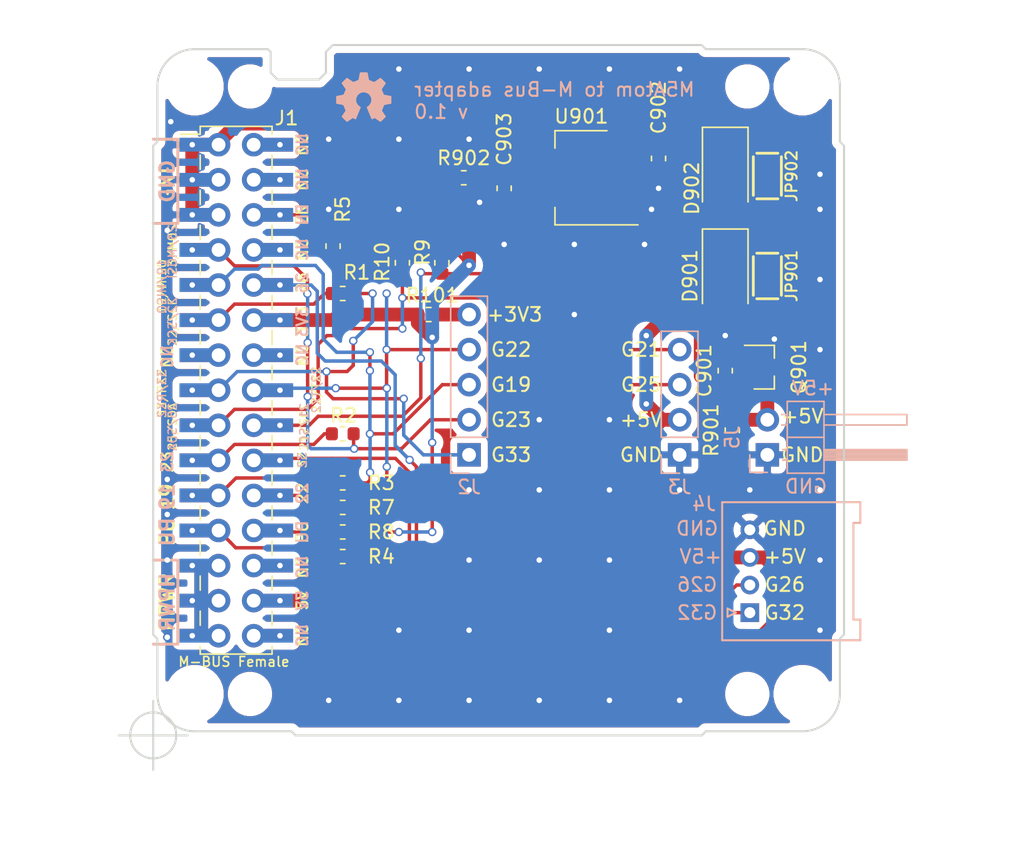
<source format=kicad_pcb>
(kicad_pcb (version 20171130) (host pcbnew "(5.1.4)-1")
  (title_block (title "M5Atom to M-Bus") (date 2020-05-04) (rev v1.0))
  (layers (0 F.Cu signal) (31 B.Cu signal) (34 B.Paste user) (35 F.Paste user) (36 B.SilkS user) (37 F.SilkS user) (38 B.Mask user) (39 F.Mask user) (44 Edge.Cuts user))
  (net 0 "")
  (net 1 GND)
  (net 2 "Net-(J1-Pad2)")
  (net 3 "Net-(J1-Pad4)")
  (net 4 "Net-(J1-Pad8)")
  (net 5 "Net-(J1-Pad13)")
  (net 6 "Net-(J1-Pad14)")
  (net 7 "Net-(J1-Pad25)")
  (net 8 "Net-(J1-Pad26)")
  (net 9 +3V3)
  (net 10 +5V)
  (net 11 /SCK)
  (net 12 /MISO)
  (net 13 /MOSI)
  (net 14 /RST)
  (net 15 /RXD2)
  (net 16 /TXD2)
  (net 17 /SDA)
  (net 18 /SCL)
  (net 19 /G15)
  (net 20 /G0)
  (net 21 "Net-(J1-Pad30)")
  (net 22 /G32)
  (net 23 "Net-(J5-Pad2)")
  (net 24 /G26)
  (net 25 /G23)
  (net 26 /G19)
  (net 27 /G22)
  (net 28 "Net-(C901-Pad1)")
  (net 29 /3V3E)
  (net 30 "Net-(D901-Pad1)")
  (net 31 /3V3A)
  (module footprint:SOLDERJUMPER_REFLOW (layer F.Cu) (at 148.45 99.726 270)
    (fp_text reference JP901 (at 0 -1.75 90) (layer F.SilkS) (effects (font (size 0.8128 0.8128) (thickness 0.14478))))
    (fp_text value SOLDERJUMPER)
    (pad 2 smd rect (at 0.762 0 270) (size 1.1684 1.6002) (layers F.Cu F.Paste F.Mask) (net 28 "Net-(C901-Pad1)"))
    (pad 1 smd rect (at -0.762 0 270) (size 1.1684 1.6002) (layers F.Cu F.Paste F.Mask) (net 30 "Net-(D901-Pad1)"))
  )
  (module footprint:Pin_Header_MBUS_SMD_TH (layer F.Cu) (at 110 108)
    (fp_text reference J1 (at 3.652 -19.704) (layer F.SilkS))
    (fp_text value M-BUS)
    (pad "" np_thru_hole circle (at 0 13.97) (size 0.8 0.8) (drill 0.8) (layers *.Cu *.Mask))
    (pad "" np_thru_hole circle (at 0 16.51) (size 1 1) (drill 1) (layers *.Cu *.Mask))
    (pad "" np_thru_hole circle (at 0 -13.97) (size 0.8 0.8) (drill 0.8) (layers *.Cu *.Mask))
    (pad 1 smd rect (at -2.525 -17.78) (size 3.15 1) (layers B.Cu B.Paste B.Mask) (net 1 GND))
    (pad 1 smd rect (at -2.525 -17.78) (size 3.15 1) (layers F.Cu F.Paste F.Mask) (net 1 GND))
    (pad 11 smd rect (at -2.525 -5.08) (size 3.15 1) (layers F.Cu F.Paste F.Mask) (net 11 /SCK))
    (pad 9 smd rect (at -2.525 -7.62) (size 3.15 1) (layers F.Cu F.Paste F.Mask) (net 12 /MISO))
    (pad 7 smd rect (at -2.525 -10.16) (size 3.15 1) (layers F.Cu F.Paste F.Mask) (net 13 /MOSI))
    (pad 5 smd rect (at -2.525 -12.7) (size 3.15 1) (layers F.Cu F.Paste F.Mask) (net 1 GND))
    (pad 3 smd rect (at -2.525 -15.24) (size 3.15 1) (layers F.Cu F.Paste F.Mask) (net 1 GND))
    (pad 1 thru_hole circle (at -3.175 -17.78) (size 0.8 0.8) (drill 0.4) (layers *.Cu *.Mask) (net 1 GND))
    (pad 2 smd rect (at 2.525 -17.78) (size 3.15 1) (layers F.Cu F.Paste F.Mask) (net 2 "Net-(J1-Pad2)"))
    (pad 4 smd rect (at 2.525 -15.24) (size 3.15 1) (layers F.Cu F.Paste F.Mask) (net 3 "Net-(J1-Pad4)"))
    (pad 6 smd rect (at 2.525 -12.7) (size 3.15 1) (layers F.Cu F.Paste F.Mask) (net 14 /RST))
    (pad 8 smd rect (at 2.525 -10.16) (size 3.15 1) (layers F.Cu F.Paste F.Mask) (net 4 "Net-(J1-Pad8)"))
    (pad 10 smd rect (at 2.525 -7.62) (size 3.15 1) (layers F.Cu F.Paste F.Mask) (net 24 /G26))
    (pad 12 smd rect (at 2.525 -5.08) (size 3.15 1) (layers F.Cu F.Paste F.Mask) (net 9 +3V3))
    (pad 13 smd rect (at -2.525 -2.54) (size 3.15 1) (layers F.Cu F.Paste F.Mask) (net 5 "Net-(J1-Pad13)"))
    (pad 14 smd rect (at 2.525 -2.54) (size 3.15 1) (layers F.Cu F.Paste F.Mask) (net 6 "Net-(J1-Pad14)"))
    (pad 15 smd rect (at -2.525 0) (size 3.15 1) (layers F.Cu F.Paste F.Mask) (net 15 /RXD2))
    (pad 16 smd rect (at 2.525 0) (size 3.15 1) (layers F.Cu F.Paste F.Mask) (net 16 /TXD2))
    (pad 17 smd rect (at -2.525 2.54) (size 3.15 1) (layers F.Cu F.Paste F.Mask) (net 17 /SDA))
    (pad 18 smd rect (at 2.525 2.54) (size 3.15 1) (layers F.Cu F.Paste F.Mask) (net 18 /SCL))
    (pad 19 smd rect (at -2.525 5.08) (size 3.15 1) (layers F.Cu F.Paste F.Mask) (net 25 /G23))
    (pad 20 smd rect (at 2.525 5.08) (size 3.15 1) (layers F.Cu F.Paste F.Mask) (net 22 /G32))
    (pad 21 smd rect (at -2.525 7.62) (size 3.15 1) (layers F.Cu F.Paste F.Mask) (net 26 /G19))
    (pad 22 smd rect (at 2.525 7.62) (size 3.15 1) (layers F.Cu F.Paste F.Mask) (net 27 /G22))
    (pad 23 smd rect (at -2.525 10.16) (size 3.15 1) (layers F.Cu F.Paste F.Mask) (net 19 /G15))
    (pad 24 smd rect (at 2.525 10.16) (size 3.15 1) (layers F.Cu F.Paste F.Mask) (net 20 /G0))
    (pad 25 smd rect (at -2.525 12.7) (size 3.15 1) (layers F.Cu F.Paste F.Mask) (net 7 "Net-(J1-Pad25)"))
    (pad 26 smd rect (at 2.525 12.7) (size 3.15 1) (layers F.Cu F.Paste F.Mask) (net 8 "Net-(J1-Pad26)"))
    (pad 27 smd rect (at -2.525 15.24) (size 3.15 1) (layers F.Cu F.Paste F.Mask) (net 7 "Net-(J1-Pad25)"))
    (pad 28 smd rect (at 2.525 15.24) (size 3.15 1) (layers F.Cu F.Paste F.Mask) (net 10 +5V))
    (pad 29 smd rect (at -2.525 17.78) (size 3.15 1) (layers F.Cu F.Paste F.Mask) (net 7 "Net-(J1-Pad25)"))
    (pad 30 smd rect (at 2.525 17.78) (size 3.15 1) (layers F.Cu F.Paste F.Mask) (net 21 "Net-(J1-Pad30)"))
    (pad 2 smd rect (at 2.555 -17.78) (size 3.15 1) (layers B.Cu B.Paste B.Mask) (net 2 "Net-(J1-Pad2)"))
    (pad 3 smd rect (at -2.525 -15.24) (size 3.15 1) (layers B.Cu B.Paste B.Mask) (net 1 GND))
    (pad 4 smd rect (at 2.555 -15.24) (size 3.15 1) (layers B.Cu B.Paste B.Mask) (net 3 "Net-(J1-Pad4)"))
    (pad 5 smd rect (at -2.525 -12.7) (size 3.15 1) (layers B.Cu B.Paste B.Mask) (net 1 GND))
    (pad 6 smd rect (at 2.555 -12.7) (size 3.15 1) (layers B.Cu B.Paste B.Mask) (net 14 /RST))
    (pad 7 smd rect (at -2.525 -10.16) (size 3.15 1) (layers B.Cu B.Paste B.Mask) (net 13 /MOSI))
    (pad 8 smd rect (at 2.555 -10.16) (size 3.15 1) (layers B.Cu B.Paste B.Mask) (net 4 "Net-(J1-Pad8)"))
    (pad 9 smd rect (at -2.525 -7.62) (size 3.15 1) (layers B.Cu B.Paste B.Mask) (net 12 /MISO))
    (pad 10 smd rect (at 2.555 -7.62) (size 3.15 1) (layers B.Cu B.Paste B.Mask) (net 24 /G26))
    (pad 11 smd rect (at -2.525 -5.08) (size 3.15 1) (layers B.Cu B.Paste B.Mask) (net 11 /SCK))
    (pad 12 smd rect (at 2.555 -5.08) (size 3.15 1) (layers B.Cu B.Paste B.Mask) (net 9 +3V3))
    (pad 13 smd rect (at -2.525 -2.54) (size 3.15 1) (layers B.Cu B.Paste B.Mask) (net 5 "Net-(J1-Pad13)"))
    (pad 14 smd rect (at 2.555 -2.54) (size 3.15 1) (layers B.Cu B.Paste B.Mask) (net 6 "Net-(J1-Pad14)"))
    (pad 15 smd rect (at -2.525 0) (size 3.15 1) (layers B.Cu B.Paste B.Mask) (net 15 /RXD2))
    (pad 16 smd rect (at 2.555 0) (size 3.15 1) (layers B.Cu B.Paste B.Mask) (net 16 /TXD2))
    (pad 17 smd rect (at -2.525 2.54) (size 3.15 1) (layers B.Cu B.Paste B.Mask) (net 17 /SDA))
    (pad 18 smd rect (at 2.555 2.54) (size 3.15 1) (layers B.Cu B.Paste B.Mask) (net 18 /SCL))
    (pad 19 smd rect (at -2.525 5.08) (size 3.15 1) (layers B.Cu B.Paste B.Mask) (net 25 /G23))
    (pad 20 smd rect (at 2.555 5.08) (size 3.15 1) (layers B.Cu B.Paste B.Mask) (net 22 /G32))
    (pad 21 smd rect (at -2.525 7.62) (size 3.15 1) (layers B.Cu B.Paste B.Mask) (net 26 /G19))
    (pad 22 smd rect (at 2.555 7.62) (size 3.15 1) (layers B.Cu B.Paste B.Mask) (net 27 /G22))
    (pad 23 smd rect (at -2.525 10.16) (size 3.15 1) (layers B.Cu B.Paste B.Mask) (net 19 /G15))
    (pad 24 smd rect (at 2.555 10.16) (size 3.15 1) (layers B.Cu B.Paste B.Mask) (net 20 /G0))
    (pad 25 smd rect (at -2.525 12.7) (size 3.15 1) (layers B.Cu B.Paste B.Mask) (net 7 "Net-(J1-Pad25)"))
    (pad 26 smd rect (at 2.555 12.7) (size 3.15 1) (layers B.Cu B.Paste B.Mask) (net 8 "Net-(J1-Pad26)"))
    (pad 27 smd rect (at -2.525 15.24) (size 3.15 1) (layers B.Cu B.Paste B.Mask) (net 7 "Net-(J1-Pad25)"))
    (pad 28 smd rect (at 2.555 15.24) (size 3.15 1) (layers B.Cu B.Paste B.Mask) (net 10 +5V))
    (pad 29 smd rect (at -2.525 17.78) (size 3.15 1) (layers B.Cu B.Paste B.Mask) (net 7 "Net-(J1-Pad25)"))
    (pad 30 smd rect (at 2.555 17.78) (size 3.15 1) (layers B.Cu B.Paste B.Mask) (net 21 "Net-(J1-Pad30)"))
    (pad 3 thru_hole circle (at -3.175 -15.24) (size 0.8 0.8) (drill 0.4) (layers *.Cu *.Mask) (net 1 GND))
    (pad 5 thru_hole circle (at -3.175 -12.7) (size 0.8 0.8) (drill 0.4) (layers *.Cu *.Mask) (net 1 GND))
    (pad 7 thru_hole circle (at -3.175 -10.16) (size 0.8 0.8) (drill 0.4) (layers *.Cu *.Mask) (net 13 /MOSI))
    (pad 9 thru_hole circle (at -3.175 -7.62) (size 0.8 0.8) (drill 0.4) (layers *.Cu *.Mask) (net 12 /MISO))
    (pad 11 thru_hole circle (at -3.175 -5.08) (size 0.8 0.8) (drill 0.4) (layers *.Cu *.Mask) (net 11 /SCK))
    (pad 13 thru_hole circle (at -3.175 -2.54) (size 0.8 0.8) (drill 0.4) (layers *.Cu *.Mask) (net 5 "Net-(J1-Pad13)"))
    (pad 15 thru_hole circle (at -3.175 0) (size 0.8 0.8) (drill 0.4) (layers *.Cu *.Mask) (net 15 /RXD2))
    (pad 17 thru_hole circle (at -3.175 2.54) (size 0.8 0.8) (drill 0.4) (layers *.Cu *.Mask) (net 17 /SDA))
    (pad 19 thru_hole circle (at -3.175 5.08) (size 0.8 0.8) (drill 0.4) (layers *.Cu *.Mask) (net 25 /G23))
    (pad 21 thru_hole circle (at -3.175 7.62) (size 0.8 0.8) (drill 0.4) (layers *.Cu *.Mask) (net 26 /G19))
    (pad 23 thru_hole circle (at -3.175 10.16) (size 0.8 0.8) (drill 0.4) (layers *.Cu *.Mask) (net 19 /G15))
    (pad 25 thru_hole circle (at -3.175 12.7) (size 0.8 0.8) (drill 0.4) (layers *.Cu *.Mask) (net 7 "Net-(J1-Pad25)"))
    (pad 27 thru_hole circle (at -3.175 15.24) (size 0.8 0.8) (drill 0.4) (layers *.Cu *.Mask) (net 7 "Net-(J1-Pad25)"))
    (pad 29 thru_hole circle (at -3.175 17.78) (size 0.8 0.8) (drill 0.4) (layers *.Cu *.Mask) (net 7 "Net-(J1-Pad25)"))
    (pad 2 thru_hole circle (at 3.175 -17.78) (size 0.8 0.8) (drill 0.4) (layers *.Cu *.Mask) (net 2 "Net-(J1-Pad2)"))
    (pad 4 thru_hole circle (at 3.175 -15.24) (size 0.8 0.8) (drill 0.4) (layers *.Cu *.Mask) (net 3 "Net-(J1-Pad4)"))
    (pad 6 thru_hole circle (at 3.175 -12.7) (size 0.8 0.8) (drill 0.4) (layers *.Cu *.Mask) (net 14 /RST))
    (pad 8 thru_hole circle (at 3.175 -10.16) (size 0.8 0.8) (drill 0.4) (layers *.Cu *.Mask) (net 4 "Net-(J1-Pad8)"))
    (pad 10 thru_hole circle (at 3.175 -7.62) (size 0.8 0.8) (drill 0.4) (layers *.Cu *.Mask) (net 24 /G26))
    (pad 12 thru_hole circle (at 3.175 -5.08) (size 0.8 0.8) (drill 0.4) (layers *.Cu *.Mask) (net 9 +3V3))
    (pad 14 thru_hole circle (at 3.175 -2.54) (size 0.8 0.8) (drill 0.4) (layers *.Cu *.Mask) (net 6 "Net-(J1-Pad14)"))
    (pad 16 thru_hole circle (at 3.175 0) (size 0.8 0.8) (drill 0.4) (layers *.Cu *.Mask) (net 16 /TXD2))
    (pad 18 thru_hole circle (at 3.175 2.54) (size 0.8 0.8) (drill 0.4) (layers *.Cu *.Mask) (net 18 /SCL))
    (pad 20 thru_hole circle (at 3.175 5.08) (size 0.8 0.8) (drill 0.4) (layers *.Cu *.Mask) (net 22 /G32))
    (pad 22 thru_hole circle (at 3.175 7.62) (size 0.8 0.8) (drill 0.4) (layers *.Cu *.Mask) (net 27 /G22))
    (pad 24 thru_hole circle (at 3.175 10.16) (size 0.8 0.8) (drill 0.4) (layers *.Cu *.Mask) (net 20 /G0))
    (pad 26 thru_hole circle (at 3.175 12.7) (size 0.8 0.8) (drill 0.4) (layers *.Cu *.Mask) (net 8 "Net-(J1-Pad26)"))
    (pad 28 thru_hole circle (at 3.175 15.24) (size 0.8 0.8) (drill 0.4) (layers *.Cu *.Mask) (net 10 +5V))
    (pad 30 thru_hole circle (at 3.175 17.78) (size 0.8 0.8) (drill 0.4) (layers *.Cu *.Mask) (net 21 "Net-(J1-Pad30)"))
    (pad "" np_thru_hole circle (at 0 -16.51) (size 1 1) (drill 1) (layers *.Cu *.Mask))
    (pad 1 thru_hole circle (at -1.27 -17.78) (size 1.7 1.7) (drill 1) (layers *.Cu *.Mask) (net 1 GND))
    (pad 2 thru_hole circle (at 1.27 -17.78) (size 1.7 1.7) (drill 1) (layers *.Cu *.Mask) (net 2 "Net-(J1-Pad2)"))
    (pad 3 thru_hole circle (at -1.27 -15.24) (size 1.7 1.7) (drill 1) (layers *.Cu *.Mask) (net 1 GND))
    (pad 4 thru_hole circle (at 1.27 -15.24) (size 1.7 1.7) (drill 1) (layers *.Cu *.Mask) (net 3 "Net-(J1-Pad4)"))
    (pad 5 thru_hole circle (at -1.27 -12.7) (size 1.7 1.7) (drill 1) (layers *.Cu *.Mask) (net 1 GND))
    (pad 6 thru_hole circle (at 1.27 -12.7) (size 1.7 1.7) (drill 1) (layers *.Cu *.Mask) (net 14 /RST))
    (pad 7 thru_hole circle (at -1.27 -10.16) (size 1.7 1.7) (drill 1) (layers *.Cu *.Mask) (net 13 /MOSI))
    (pad 8 thru_hole circle (at 1.27 -10.16) (size 1.7 1.7) (drill 1) (layers *.Cu *.Mask) (net 4 "Net-(J1-Pad8)"))
    (pad 9 thru_hole circle (at -1.27 -7.62) (size 1.7 1.7) (drill 1) (layers *.Cu *.Mask) (net 12 /MISO))
    (pad 10 thru_hole circle (at 1.27 -7.62) (size 1.7 1.7) (drill 1) (layers *.Cu *.Mask) (net 24 /G26))
    (pad 11 thru_hole circle (at -1.27 -5.08) (size 1.7 1.7) (drill 1) (layers *.Cu *.Mask) (net 11 /SCK))
    (pad 12 thru_hole circle (at 1.27 -5.08) (size 1.7 1.7) (drill 1) (layers *.Cu *.Mask) (net 9 +3V3))
    (pad 13 thru_hole circle (at -1.27 -2.54) (size 1.7 1.7) (drill 1) (layers *.Cu *.Mask) (net 5 "Net-(J1-Pad13)"))
    (pad 14 thru_hole circle (at 1.27 -2.54) (size 1.7 1.7) (drill 1) (layers *.Cu *.Mask) (net 6 "Net-(J1-Pad14)"))
    (pad 15 thru_hole circle (at -1.27 0) (size 1.7 1.7) (drill 1) (layers *.Cu *.Mask) (net 15 /RXD2))
    (pad 16 thru_hole circle (at 1.27 0) (size 1.7 1.7) (drill 1) (layers *.Cu *.Mask) (net 16 /TXD2))
    (pad 17 thru_hole circle (at -1.27 2.54) (size 1.7 1.7) (drill 1) (layers *.Cu *.Mask) (net 17 /SDA))
    (pad 18 thru_hole circle (at 1.27 2.54) (size 1.7 1.7) (drill 1) (layers *.Cu *.Mask) (net 18 /SCL))
    (pad 19 thru_hole circle (at -1.27 5.08) (size 1.7 1.7) (drill 1) (layers *.Cu *.Mask) (net 25 /G23))
    (pad 20 thru_hole circle (at 1.27 5.08) (size 1.7 1.7) (drill 1) (layers *.Cu *.Mask) (net 22 /G32))
    (pad 21 thru_hole circle (at -1.27 7.62) (size 1.7 1.7) (drill 1) (layers *.Cu *.Mask) (net 26 /G19))
    (pad 22 thru_hole circle (at 1.27 7.62) (size 1.7 1.7) (drill 1) (layers *.Cu *.Mask) (net 27 /G22))
    (pad 23 thru_hole circle (at -1.27 10.16) (size 1.7 1.7) (drill 1) (layers *.Cu *.Mask) (net 19 /G15))
    (pad 24 thru_hole circle (at 1.27 10.16) (size 1.7 1.7) (drill 1) (layers *.Cu *.Mask) (net 20 /G0))
    (pad 25 thru_hole circle (at -1.27 12.7) (size 1.7 1.7) (drill 1) (layers *.Cu *.Mask) (net 7 "Net-(J1-Pad25)"))
    (pad 26 thru_hole circle (at 1.27 12.7) (size 1.7 1.7) (drill 1) (layers *.Cu *.Mask) (net 8 "Net-(J1-Pad26)"))
    (pad 27 thru_hole circle (at -1.27 15.24) (size 1.7 1.7) (drill 1) (layers *.Cu *.Mask) (net 7 "Net-(J1-Pad25)"))
    (pad 28 thru_hole circle (at 1.27 15.24) (size 1.7 1.7) (drill 1) (layers *.Cu *.Mask) (net 10 +5V))
    (pad 29 thru_hole circle (at -1.27 17.78) (size 1.7 1.7) (drill 1) (layers *.Cu *.Mask) (net 7 "Net-(J1-Pad25)"))
    (pad 30 thru_hole circle (at 1.27 17.78) (size 1.7 1.7) (drill 1) (layers *.Cu *.Mask) (net 21 "Net-(J1-Pad30)"))
  )
  (module Resistor_SMD:R_0603_1608Metric (layer F.Cu) (at 122.034 98.7735 90)
    (fp_text reference R10 (at 0.0635 -1.4605 90) (layer F.SilkS))
    (fp_text value 10k)
    (pad 2 smd roundrect (at 0.7875 0 90) (size 0.875 0.95) (layers F.Cu F.Paste F.Mask) (net 9 +3V3))
    (pad 1 smd roundrect (at -0.7875 0 90) (size 0.875 0.95) (layers F.Cu F.Paste F.Mask) (net 17 /SDA))
  )
  (module Resistor_SMD:R_0603_1608Metric (layer F.Cu) (at 117.716 116.49)
    (fp_text reference R7 (at 2.794 0) (layer F.SilkS))
    (fp_text value 0)
    (pad 2 smd roundrect (at 0.7875 0) (size 0.875 0.95) (layers F.Cu F.Paste F.Mask) (net 16 /TXD2))
    (pad 1 smd roundrect (at -0.7875 0) (size 0.875 0.95) (layers F.Cu F.Paste F.Mask) (net 27 /G22))
  )
  (module Connector_PinHeader_2.54mm:PinHeader_1x05_P2.54mm_Vertical (layer B.Cu) (at 126.86 112.68)
    (fp_text reference J2 (at 0 2.33) (layer B.SilkS) (effects (justify mirror)))
    (fp_text value ATOM-R)
    (pad 1 thru_hole rect (at 0 0) (size 1.7 1.7) (drill 1) (layers *.Cu *.Mask) (net 15 /RXD2))
    (pad 2 thru_hole oval (at 0 -2.54) (size 1.7 1.7) (drill 1) (layers *.Cu *.Mask) (net 13 /MOSI))
    (pad 3 thru_hole oval (at 0 -5.08) (size 1.7 1.7) (drill 1) (layers *.Cu *.Mask) (net 12 /MISO))
    (pad 4 thru_hole oval (at 0 -7.62) (size 1.7 1.7) (drill 1) (layers *.Cu *.Mask) (net 16 /TXD2))
    (pad 5 thru_hole oval (at 0 -10.16) (size 1.7 1.7) (drill 1) (layers *.Cu *.Mask) (net 31 /3V3A))
  )
  (module Connector_PinHeader_2.54mm:PinHeader_1x04_P2.54mm_Vertical (layer B.Cu) (at 142.1 112.68)
    (fp_text reference J3 (at 0 2.33) (layer B.SilkS) (effects (justify mirror)))
    (fp_text value ATOM-L)
    (pad 1 thru_hole rect (at 0 0) (size 1.7 1.7) (drill 1) (layers *.Cu *.Mask) (net 1 GND))
    (pad 2 thru_hole oval (at 0 -2.54) (size 1.7 1.7) (drill 1) (layers *.Cu *.Mask) (net 10 +5V))
    (pad 3 thru_hole oval (at 0 -5.08) (size 1.7 1.7) (drill 1) (layers *.Cu *.Mask) (net 17 /SDA))
    (pad 4 thru_hole oval (at 0 -7.62) (size 1.7 1.7) (drill 1) (layers *.Cu *.Mask) (net 18 /SCL))
  )
  (module Resistor_SMD:R_0603_1608Metric (layer F.Cu) (at 117.716 100.996 180)
    (fp_text reference R1 (at -1.016 1.524) (layer F.SilkS))
    (fp_text value 0)
    (pad 1 smd roundrect (at -0.7875 0 180) (size 0.875 0.95) (layers F.Cu F.Paste F.Mask) (net 15 /RXD2))
    (pad 2 smd roundrect (at 0.7875 0 180) (size 0.875 0.95) (layers F.Cu F.Paste F.Mask) (net 11 /SCK))
  )
  (module Resistor_SMD:R_0603_1608Metric (layer F.Cu) (at 117.716 111.156 180)
    (fp_text reference R2 (at -0.0635 1.3335) (layer F.SilkS))
    (fp_text value 0)
    (pad 2 smd roundrect (at 0.7875 0 180) (size 0.875 0.95) (layers F.Cu F.Paste F.Mask) (net 25 /G23))
    (pad 1 smd roundrect (at -0.7875 0 180) (size 0.875 0.95) (layers F.Cu F.Paste F.Mask) (net 13 /MOSI))
  )
  (module Resistor_SMD:R_0603_1608Metric (layer F.Cu) (at 117.716 114.712 180)
    (fp_text reference R3 (at -2.794 0) (layer F.SilkS))
    (fp_text value 0)
    (pad 1 smd roundrect (at -0.7875 0 180) (size 0.875 0.95) (layers F.Cu F.Paste F.Mask) (net 12 /MISO))
    (pad 2 smd roundrect (at 0.7875 0 180) (size 0.875 0.95) (layers F.Cu F.Paste F.Mask) (net 26 /G19))
  )
  (module Resistor_SMD:R_0603_1608Metric (layer F.Cu) (at 117.716 120.046)
    (fp_text reference R4 (at 2.794 0) (layer F.SilkS))
    (fp_text value 10k)
    (pad 1 smd roundrect (at -0.7875 0) (size 0.875 0.95) (layers F.Cu F.Paste F.Mask) (net 19 /G15))
    (pad 2 smd roundrect (at 0.7875 0) (size 0.875 0.95) (layers F.Cu F.Paste F.Mask) (net 9 +3V3))
  )
  (module Resistor_SMD:R_0603_1608Metric (layer F.Cu) (at 117.0175 97.567 90)
    (fp_text reference R5 (at 2.667 0.6985 90) (layer F.SilkS))
    (fp_text value 10k)
    (pad 1 smd roundrect (at -0.7875 0 90) (size 0.875 0.95) (layers F.Cu F.Paste F.Mask) (net 9 +3V3))
    (pad 2 smd roundrect (at 0.7875 0 90) (size 0.875 0.95) (layers F.Cu F.Paste F.Mask) (net 14 /RST))
  )
  (module Resistor_SMD:R_0603_1608Metric (layer F.Cu) (at 117.716 118.268 180)
    (fp_text reference R8 (at -2.794 0) (layer F.SilkS))
    (fp_text value 10k)
    (pad 1 smd roundrect (at -0.7875 0 180) (size 0.875 0.95) (layers F.Cu F.Paste F.Mask) (net 9 +3V3))
    (pad 2 smd roundrect (at 0.7875 0 180) (size 0.875 0.95) (layers F.Cu F.Paste F.Mask) (net 20 /G0))
  )
  (module Resistor_SMD:R_0603_1608Metric (layer F.Cu) (at 124.8915 98.7735 90)
    (fp_text reference R9 (at 0.762 -1.397 90) (layer F.SilkS))
    (fp_text value 10k)
    (pad 2 smd roundrect (at 0.7875 0 90) (size 0.875 0.95) (layers F.Cu F.Paste F.Mask) (net 9 +3V3))
    (pad 1 smd roundrect (at -0.7875 0 90) (size 0.875 0.95) (layers F.Cu F.Paste F.Mask) (net 18 /SCL))
  )
  (module footprint:Grove_4x2.00mm_Angle (layer B.Cu) (at 147.18 124.11 90)
    (fp_text reference J4 (at 7.874 -3.302) (layer B.SilkS) (effects (justify mirror)))
    (fp_text value ATOM-G)
    (pad 1 thru_hole rect (at 0 0 90) (size 1.35 1.35) (drill 0.8) (layers *.Cu *.Mask) (net 22 /G32))
    (pad 2 thru_hole circle (at 2 0 90) (size 1.35 1.35) (drill 0.8) (layers *.Cu *.Mask) (net 24 /G26))
    (pad 3 thru_hole circle (at 4 0 90) (size 1.35 1.35) (drill 0.8) (layers *.Cu *.Mask) (net 10 +5V))
    (pad 4 thru_hole circle (at 6 0 90) (size 1.35 1.35) (drill 0.8) (layers *.Cu *.Mask) (net 1 GND))
  )
  (module Capacitor_SMD:C_0603_1608Metric (layer F.Cu) (at 145.402 106.584 90)
    (fp_text reference C901 (at 0 -1.524 90) (layer F.SilkS))
    (fp_text value 10uF)
    (pad 1 smd roundrect (at -0.7875 0 90) (size 0.875 0.95) (layers F.Cu F.Paste F.Mask) (net 28 "Net-(C901-Pad1)"))
    (pad 2 smd roundrect (at 0.7875 0 90) (size 0.875 0.95) (layers F.Cu F.Paste F.Mask) (net 1 GND))
  )
  (module Connector_PinHeader_2.54mm:PinHeader_1x02_P2.54mm_Horizontal (layer B.Cu) (at 148.45 112.68)
    (fp_text reference J5 (at -2.54 -1.27 270) (layer B.SilkS) (effects (justify mirror)))
    (fp_text value +5V_IN)
    (pad 1 thru_hole rect (at 0 0) (size 1.7 1.7) (drill 1) (layers *.Cu *.Mask) (net 1 GND))
    (pad 2 thru_hole oval (at 0 -2.54) (size 1.7 1.7) (drill 1) (layers *.Cu *.Mask) (net 23 "Net-(J5-Pad2)"))
  )
  (module Package_TO_SOT_SMD:SOT-23 (layer F.Cu) (at 148.196 106.33)
    (fp_text reference Q901 (at 2.54 0 90) (layer F.SilkS))
    (fp_text value IRLML6402)
    (pad 1 smd rect (at -1 -0.95) (size 0.9 0.8) (layers F.Cu F.Paste F.Mask) (net 1 GND))
    (pad 2 smd rect (at -1 0.95) (size 0.9 0.8) (layers F.Cu F.Paste F.Mask) (net 28 "Net-(C901-Pad1)"))
    (pad 3 smd rect (at 1 0) (size 0.9 0.8) (layers F.Cu F.Paste F.Mask) (net 23 "Net-(J5-Pad2)"))
  )
  (module Resistor_SMD:R_0603_1608Metric (layer F.Cu) (at 145.91 110.902 90)
    (fp_text reference R901 (at 0 -1.524 90) (layer F.SilkS))
    (fp_text value 1M)
    (pad 1 smd roundrect (at -0.7875 0 90) (size 0.875 0.95) (layers F.Cu F.Paste F.Mask) (net 1 GND))
    (pad 2 smd roundrect (at 0.7875 0 90) (size 0.875 0.95) (layers F.Cu F.Paste F.Mask) (net 23 "Net-(J5-Pad2)"))
  )
  (module footprint:MountingHole_M3_mod (layer F.Cu) (at 107 130)
    (fp_text reference MK1 hide)
    (fp_text value "Hole M3")
    (pad 1 np_thru_hole circle (at 0 0) (size 3.2 3.2) (drill 3.2) (layers *.Cu *.Mask))
  )
  (module footprint:MountingHole_M3_mod (layer F.Cu) (at 151 130)
    (fp_text reference MK2 hide)
    (fp_text value "Hole M3")
    (pad 1 np_thru_hole circle (at 0 0) (size 3.2 3.2) (drill 3.2) (layers *.Cu *.Mask))
  )
  (module footprint:MountingHole_M3_mod (layer F.Cu) (at 151 86)
    (fp_text reference MK3 hide)
    (fp_text value "Hole M3")
    (pad 1 np_thru_hole circle (at 0 0) (size 3.2 3.2) (drill 3.2) (layers *.Cu *.Mask))
  )
  (module footprint:MountingHole_M3_mod (layer F.Cu) (at 107 86)
    (fp_text reference MK4 hide)
    (fp_text value "Hole M3")
    (pad 1 np_thru_hole circle (at 0 0) (size 3.2 3.2) (drill 3.2) (layers *.Cu *.Mask))
  )
  (module footprint:MountingHole_M2_mod (layer F.Cu) (at 111 130)
    (fp_text reference MK5 hide)
    (fp_text value "Hole M2")
    (pad 1 np_thru_hole circle (at 0 0) (size 2.2 2.2) (drill 2.2) (layers *.Cu *.Mask))
  )
  (module footprint:MountingHole_M2_mod (layer F.Cu) (at 147 130)
    (fp_text reference MK6 hide)
    (fp_text value "Hole M2")
    (pad 1 np_thru_hole circle (at 0 0) (size 2.2 2.2) (drill 2.2) (layers *.Cu *.Mask))
  )
  (module footprint:MountingHole_M2_mod (layer F.Cu) (at 147 86)
    (fp_text reference MK7 hide)
    (fp_text value "Hole M2")
    (pad 1 np_thru_hole circle (at 0 0) (size 2.2 2.2) (drill 2.2) (layers *.Cu *.Mask))
  )
  (module footprint:MountingHole_M2_mod (layer F.Cu) (at 111 86)
    (fp_text reference MK8 hide)
    (fp_text value "Hole M2")
    (pad 1 np_thru_hole circle (at 0 0) (size 2.2 2.2) (drill 2.2) (layers *.Cu *.Mask))
  )
  (module Capacitor_SMD:C_0603_1608Metric (layer F.Cu) (at 140.576 91.217 270)
    (fp_text reference C902 (at -3.683 0 90) (layer F.SilkS))
    (fp_text value 10uF)
    (pad 1 smd roundrect (at -0.7875 0 270) (size 0.875 0.95) (layers F.Cu F.Paste F.Mask) (net 10 +5V))
    (pad 2 smd roundrect (at 0.7875 0 270) (size 0.875 0.95) (layers F.Cu F.Paste F.Mask) (net 1 GND))
  )
  (module Capacitor_SMD:C_0603_1608Metric (layer F.Cu) (at 129.4 93.376 270)
    (fp_text reference C903 (at -3.556 0 90) (layer F.SilkS))
    (fp_text value 10uF)
    (pad 2 smd roundrect (at 0.7875 0 270) (size 0.875 0.95) (layers F.Cu F.Paste F.Mask) (net 1 GND))
    (pad 1 smd roundrect (at -0.7875 0 270) (size 0.875 0.95) (layers F.Cu F.Paste F.Mask) (net 29 /3V3E))
  )
  (module Diode_SMD:D_SMA (layer F.Cu) (at 145.402 99.726 270)
    (fp_text reference D901 (at 0 2.54 90) (layer F.SilkS))
    (fp_text value SX34F)
    (pad 1 smd rect (at -2 0 270) (size 2.5 1.8) (layers F.Cu F.Paste F.Mask) (net 30 "Net-(D901-Pad1)"))
    (pad 2 smd rect (at 2 0 270) (size 2.5 1.8) (layers F.Cu F.Paste F.Mask) (net 28 "Net-(C901-Pad1)"))
  )
  (module Diode_SMD:D_SMA (layer F.Cu) (at 145.402 92.36 270)
    (fp_text reference D902 (at 1.016 2.413 90) (layer F.SilkS))
    (fp_text value SX34F)
    (pad 2 smd rect (at 2 0 270) (size 2.5 1.8) (layers F.Cu F.Paste F.Mask) (net 30 "Net-(D901-Pad1)"))
    (pad 1 smd rect (at -2 0 270) (size 2.5 1.8) (layers F.Cu F.Paste F.Mask) (net 10 +5V))
  )
  (module footprint:SOLDERJUMPER_REFLOW (layer F.Cu) (at 148.45 92.487 270)
    (fp_text reference JP902 (at 0 -1.75 90) (layer F.SilkS) (effects (font (size 0.8128 0.8128) (thickness 0.14478))))
    (fp_text value SOLDERJUMPER)
    (pad 1 smd rect (at -0.762 0 270) (size 1.1684 1.6002) (layers F.Cu F.Paste F.Mask) (net 10 +5V))
    (pad 2 smd rect (at 0.762 0 270) (size 1.1684 1.6002) (layers F.Cu F.Paste F.Mask) (net 30 "Net-(D901-Pad1)"))
  )
  (module Resistor_SMD:R_0603_1608Metric (layer F.Cu) (at 123.939 102.52)
    (fp_text reference R101 (at 0.254 -1.397) (layer F.SilkS))
    (fp_text value NM)
    (pad 2 smd roundrect (at 0.7875 0) (size 0.875 0.95) (layers F.Cu F.Paste F.Mask) (net 31 /3V3A))
    (pad 1 smd roundrect (at -0.7875 0) (size 0.875 0.95) (layers F.Cu F.Paste F.Mask) (net 9 +3V3))
  )
  (module Resistor_SMD:R_0603_1608Metric (layer F.Cu) (at 126.479 92.614)
    (fp_text reference R902 (at 0 -1.43) (layer F.SilkS))
    (fp_text value 0)
    (pad 1 smd roundrect (at -0.7875 0) (size 0.875 0.95) (layers F.Cu F.Paste F.Mask) (net 9 +3V3))
    (pad 2 smd roundrect (at 0.7875 0) (size 0.875 0.95) (layers F.Cu F.Paste F.Mask) (net 29 /3V3E))
  )
  (module Package_TO_SOT_SMD:SOT-223-3_TabPin2 (layer F.Cu) (at 134.988 92.614 180)
    (fp_text reference U901 (at 0 4.445) (layer F.SilkS))
    (fp_text value ADP3338-3.3)
    (pad 2 smd rect (at 3.15 0 180) (size 2 3.8) (layers F.Cu F.Paste F.Mask) (net 29 /3V3E))
    (pad 2 smd rect (at -3.15 0 180) (size 2 1.5) (layers F.Cu F.Paste F.Mask) (net 29 /3V3E))
    (pad 3 smd rect (at -3.15 2.3 180) (size 2 1.5) (layers F.Cu F.Paste F.Mask) (net 10 +5V))
    (pad 1 smd rect (at -3.15 -2.3 180) (size 2 1.5) (layers F.Cu F.Paste F.Mask) (net 1 GND))
  )
  (module footprint:OSHW-logo_silkscreen-front_4mm (layer B.Cu) (at 119.24 86.772 180)
    (fp_text reference OSH_LOGO1 hide)
    (fp_text value Logo_Open_Hardware_Small hide)
  )
  (gr_text "M5Atom to M-Bus adapter\nv 1.0" (at 122.796 87.026) (layer B.SilkS) (effects (font (size 1 1)) (justify right mirror)))
  (gr_text PU (at 105.016 118.268 90) (layer F.SilkS) (effects (font (size 1 1) (thickness 0.2))))
  (gr_text 19 (at 105.016 115.728 90) (layer F.SilkS) (effects (font (size 1 1) (thickness 0.2))))
  (gr_text 23 (at 105.016 113.188 90) (layer F.SilkS) (effects (font (size 0.8 0.8))))
  (gr_text 25/SDA (at 105.397 110.648 90) (layer F.SilkS) (effects (font (size 0.6 0.6) (thickness 0.1))))
  (gr_text 33/RX2 (at 104.635 108.235 90) (layer F.SilkS) (effects (font (size 0.6 0.6) (thickness 0.1))))
  (gr_text NC (at 105.016 105.568 90) (layer F.SilkS) (effects (font (size 0.8 0.8))))
  (gr_text 22/SCK (at 105.397 103.028 90) (layer F.SilkS) (effects (font (size 0.6 0.6) (thickness 0.1))))
  (gr_text 19/MISO (at 104.635 100.488 90) (layer F.SilkS) (effects (font (size 0.6 0.6) (thickness 0.1))))
  (gr_text 23/MOSI (at 105.397 97.694 90) (layer F.SilkS) (effects (font (size 0.6 0.6) (thickness 0.1))))
  (gr_text NC (at 114.795 90.201 90) (layer F.SilkS) (effects (font (size 0.8 0.8))))
  (gr_text NC (at 114.795 92.741 90) (layer F.SilkS) (effects (font (size 0.8 0.8))))
  (gr_text NC (at 114.795 97.821 90) (layer F.SilkS) (effects (font (size 0.8 0.8))))
  (gr_text 26 (at 114.795 100.234 90) (layer F.SilkS) (effects (font (size 0.8 0.8))))
  (gr_text NC (at 114.795 105.441 90) (layer F.SilkS) (effects (font (size 0.8 0.8))))
  (gr_text 22/TX2 (at 115.811 107.981 90) (layer F.SilkS) (effects (font (size 0.6 0.6) (thickness 0.1))))
  (gr_text 21/SCL (at 114.922 110.648 90) (layer F.SilkS) (effects (font (size 0.6 0.6) (thickness 0.1))))
  (gr_text 32 (at 114.795 113.061 90) (layer F.SilkS) (effects (font (size 0.6 0.6) (thickness 0.1))))
  (gr_text 22 (at 114.795 115.474 90) (layer F.SilkS) (effects (font (size 0.8 0.8))))
  (gr_text PU (at 114.795 118.268 90) (layer F.SilkS) (effects (font (size 0.8 0.8))))
  (gr_text NC (at 114.795 120.808 90) (layer F.SilkS) (effects (font (size 0.8 0.8))))
  (gr_text NC (at 114.795 125.761 90) (layer F.SilkS) (effects (font (size 0.8 0.8))))
  (gr_text G33 (at 129.908 112.68) (layer F.SilkS) (effects (font (size 1 1))))
  (gr_text G23 (at 129.908 110.14) (layer F.SilkS) (effects (font (size 1 1))))
  (gr_text G19 (at 129.908 107.6) (layer F.SilkS) (effects (font (size 1 1))))
  (gr_text G22 (at 129.908 105.06) (layer F.SilkS) (effects (font (size 1 1))))
  (gr_text +3V3 (at 130.162 102.52) (layer F.SilkS) (effects (font (size 1 1))))
  (gr_text GND (at 139.306 112.68) (layer F.SilkS) (effects (font (size 1 1))))
  (gr_text +5V (at 139.306 110.14) (layer F.SilkS) (effects (font (size 1 1))))
  (gr_text G25 (at 139.306 107.6) (layer F.SilkS) (effects (font (size 1 1))))
  (gr_text G21 (at 139.306 105.06) (layer F.SilkS) (effects (font (size 1 1))))
  (gr_text G32 (at 149.72 124.11) (layer F.SilkS) (effects (font (size 1 1))))
  (gr_text G26 (at 149.72 122.078) (layer F.SilkS) (effects (font (size 1 1))))
  (gr_text +5V (at 149.72 120.046) (layer F.SilkS) (effects (font (size 1 1))))
  (gr_text GND (at 149.72 118.014) (layer F.SilkS) (effects (font (size 1 1))))
  (gr_text +5V (at 150.99 109.886) (layer F.SilkS) (effects (font (size 1 1))))
  (gr_text GND (at 150.99 112.68) (layer F.SilkS) (effects (font (size 1 1))))
  (gr_text G32 (at 143.37 124.11) (layer B.SilkS) (effects (font (size 1 1)) (justify mirror)))
  (gr_text G26 (at 143.37 122.078) (layer B.SilkS) (effects (font (size 1 1)) (justify mirror)))
  (gr_text +5V (at 143.624 120.046) (layer B.SilkS) (effects (font (size 1 1)) (justify mirror)))
  (gr_text GND (at 143.37 118.014) (layer B.SilkS) (effects (font (size 1 1)) (justify mirror)))
  (gr_text GND (at 151.244 114.966) (layer B.SilkS) (effects (font (size 1 1)) (justify mirror)))
  (gr_text +5V (at 151.752 107.854) (layer B.SilkS) (effects (font (size 1 1)) (justify mirror)))
  (gr_line (start 107.1 132.7) (end 107 132.7) (layer Edge.Cuts) (width 0.15))
  (gr_text NC (at 114.795 125.761 90) (layer B.SilkS) (effects (font (size 0.8 0.8)) (justify mirror)))
  (gr_text 5V (at 114.795 123.221 90) (layer B.SilkS) (effects (font (size 0.8 0.8)) (justify mirror)))
  (gr_text NC (at 114.795 120.808 90) (layer B.SilkS) (effects (font (size 0.8 0.8)) (justify mirror)))
  (gr_text PU (at 114.795 118.268 90) (layer B.SilkS) (effects (font (size 0.8 0.8)) (justify mirror)))
  (gr_text 22 (at 114.795 115.474 90) (layer B.SilkS) (effects (font (size 0.8 0.8)) (justify mirror)))
  (gr_text 32 (at 114.795 113.061 90) (layer B.SilkS) (effects (font (size 0.6 0.6) (thickness 0.1)) (justify mirror)))
  (gr_text 21/SCL (at 114.922 110.648 90) (layer B.SilkS) (effects (font (size 0.6 0.6) (thickness 0.1)) (justify mirror)))
  (gr_text 22/TX2 (at 115.811 107.981 90) (layer B.SilkS) (effects (font (size 0.6 0.6) (thickness 0.1)) (justify mirror)))
  (gr_text NC (at 114.795 105.441 90) (layer B.SilkS) (effects (font (size 0.8 0.8)) (justify mirror)))
  (gr_text 3V3 (at 114.795 103.028 90) (layer B.SilkS) (effects (font (size 0.8 0.8)) (justify mirror)))
  (gr_text 26 (at 114.795 100.234 90) (layer B.SilkS) (effects (font (size 0.8 0.8)) (justify mirror)))
  (gr_text NC (at 114.795 97.821 90) (layer B.SilkS) (effects (font (size 0.8 0.8)) (justify mirror)))
  (gr_text EN (at 114.795 95.281 90) (layer B.SilkS) (effects (font (size 0.8 0.8)) (justify mirror)))
  (gr_text NC (at 114.795 92.741 90) (layer B.SilkS) (effects (font (size 0.8 0.8)) (justify mirror)))
  (gr_text NC (at 114.795 90.201 90) (layer B.SilkS) (effects (font (size 0.8 0.8)) (justify mirror)))
  (gr_text GND (at 105.016 92.868 90) (layer B.SilkS) (effects (font (size 1 1) (thickness 0.2)) (justify mirror)))
  (gr_line (start 105.778 95.916) (end 104 95.916) (angle 90) (layer B.SilkS) (width 0.2))
  (gr_line (start 105.778 89.82) (end 105.778 95.916) (angle 90) (layer B.SilkS) (width 0.2))
  (gr_line (start 104 89.82) (end 105.778 89.82) (angle 90) (layer B.SilkS) (width 0.2))
  (gr_text 23/MOSI (at 105.397 97.948 90) (layer B.SilkS) (effects (font (size 0.6 0.6) (thickness 0.1)) (justify mirror)))
  (gr_text 19/MISO (at 104.635 100.488 90) (layer B.SilkS) (effects (font (size 0.6 0.6) (thickness 0.1)) (justify mirror)))
  (gr_text 22/SCK (at 105.397 103.028 90) (layer B.SilkS) (effects (font (size 0.6 0.6) (thickness 0.1)) (justify mirror)))
  (gr_text NC (at 105.016 105.568 90) (layer B.SilkS) (effects (font (size 0.8 0.8)) (justify mirror)))
  (gr_text 33/RX2 (at 104.635 108.235 90) (layer B.SilkS) (effects (font (size 0.6 0.6) (thickness 0.1)) (justify mirror)))
  (gr_text 25/SDA (at 105.397 110.648 90) (layer B.SilkS) (effects (font (size 0.6 0.6) (thickness 0.1)) (justify mirror)))
  (gr_text 23 (at 105.016 113.188 90) (layer B.SilkS) (effects (font (size 0.8 0.8)) (justify mirror)))
  (gr_text 19 (at 105.016 115.728 90) (layer B.SilkS) (effects (font (size 1 1) (thickness 0.2)) (justify mirror)))
  (gr_text PU (at 105.016 118.268 90) (layer B.SilkS) (effects (font (size 1 1) (thickness 0.2)) (justify mirror)))
  (gr_text HPWR (at 105.016 123.348 90) (layer B.SilkS) (effects (font (size 1 1) (thickness 0.2)) (justify mirror)))
  (gr_line (start 105.778 126.396) (end 104 126.396) (angle 90) (layer B.SilkS) (width 0.2))
  (gr_line (start 105.778 120.3) (end 105.778 126.396) (angle 90) (layer B.SilkS) (width 0.2))
  (gr_line (start 104 120.3) (end 105.778 120.3) (angle 90) (layer B.SilkS) (width 0.2))
  (gr_text "M-BUS Female" (at 109.842 127.666) (layer F.SilkS) (effects (font (size 0.7 0.7) (thickness 0.12))))
  (gr_line (start 153.7 126) (end 153.7 130) (angle 90) (layer Edge.Cuts) (width 0.15))
  (gr_line (start 154 90.3) (end 154 125.7) (angle 90) (layer Edge.Cuts) (width 0.15))
  (gr_line (start 153.7 85.9) (end 153.7 90) (angle 90) (layer Edge.Cuts) (width 0.15))
  (gr_line (start 104.3 86) (end 104.3 90) (angle 90) (layer Edge.Cuts) (width 0.15))
  (gr_line (start 104 125.7) (end 104 90.3) (angle 90) (layer Edge.Cuts) (width 0.15))
  (gr_line (start 104.3 126) (end 104 125.7) (angle 90) (layer Edge.Cuts) (width 0.15))
  (gr_line (start 104.3 130) (end 104.3 126) (angle 90) (layer Edge.Cuts) (width 0.15))
  (gr_line (start 107.1 132.7) (end 114 132.7) (angle 90) (layer Edge.Cuts) (width 0.15))
  (gr_arc (start 107 130) (end 107 132.7) (angle 90) (layer Edge.Cuts) (width 0.15))
  (gr_line (start 151 132.7) (end 144 132.7) (angle 90) (layer Edge.Cuts) (width 0.15))
  (gr_arc (start 151 130) (end 153.7 130) (angle 90) (layer Edge.Cuts) (width 0.15))
  (gr_line (start 150.9 83.3) (end 144 83.3) (angle 90) (layer Edge.Cuts) (width 0.15))
  (gr_arc (start 151 86) (end 150.9 83.3) (angle 90) (layer Edge.Cuts) (width 0.15))
  (gr_line (start 107 83.3) (end 112.3 83.3) (angle 90) (layer Edge.Cuts) (width 0.15))
  (gr_arc (start 107 86) (end 104.3 86) (angle 90) (layer Edge.Cuts) (width 0.15))
  (gr_line (start 143.7 133) (end 114.3 133) (angle 90) (layer Edge.Cuts) (width 0.15))
  (gr_line (start 144 132.7) (end 143.7 133) (angle 90) (layer Edge.Cuts) (width 0.15))
  (gr_line (start 153.7 126) (end 154 125.7) (angle 90) (layer Edge.Cuts) (width 0.15))
  (gr_line (start 114 132.7) (end 114.3 133) (angle 90) (layer Edge.Cuts) (width 0.15))
  (gr_line (start 143.7 83) (end 117 83) (angle 90) (layer Edge.Cuts) (width 0.15))
  (gr_line (start 153.7 90) (end 154 90.3) (angle 90) (layer Edge.Cuts) (width 0.15))
  (gr_line (start 144 83.3) (end 143.7 83) (angle 90) (layer Edge.Cuts) (width 0.15))
  (gr_line (start 104.3 90) (end 104 90.3) (angle 90) (layer Edge.Cuts) (width 0.15))
  (gr_line (start 112.3 83.3) (end 112.5 83.5) (angle 90) (layer Edge.Cuts) (width 0.15))
  (target plus (at 104 133) (size 5) (width 0.15) (layer Edge.Cuts))
  (gr_text 5V (at 114.795 123.221 90) (layer F.SilkS) (effects (font (size 0.8 0.8))))
  (gr_text 3V3 (at 114.795 103.028 90) (layer F.SilkS) (effects (font (size 0.8 0.8))))
  (gr_text EN (at 114.795 95.281 90) (layer F.SilkS) (effects (font (size 0.8 0.8))))
  (gr_line (start 105.778 126.396) (end 104 126.396) (angle 90) (layer F.SilkS) (width 0.2))
  (gr_line (start 105.778 120.3) (end 105.778 126.396) (angle 90) (layer F.SilkS) (width 0.2))
  (gr_line (start 104 120.3) (end 105.778 120.3) (angle 90) (layer F.SilkS) (width 0.2))
  (gr_line (start 105.778 89.82) (end 105.778 95.916) (angle 90) (layer F.SilkS) (width 0.2))
  (gr_line (start 105.778 95.916) (end 104 95.916) (angle 90) (layer F.SilkS) (width 0.2))
  (gr_line (start 104 89.82) (end 105.778 89.82) (angle 90) (layer F.SilkS) (width 0.2))
  (gr_text HPWR (at 105.016 123.348 90) (layer F.SilkS) (effects (font (size 1 1) (thickness 0.2))))
  (gr_text GND (at 105.016 92.868 90) (layer F.SilkS) (effects (font (size 1 1) (thickness 0.2))))
  (gr_line (start 116 85.5) (end 116.5 85) (angle 90) (layer Edge.Cuts) (width 0.15))
  (gr_line (start 112.5 85) (end 113 85.5) (angle 90) (layer Edge.Cuts) (width 0.15))
  (gr_line (start 116.5 85) (end 116.5 83.5) (angle 90) (layer Edge.Cuts) (width 0.15))
  (gr_line (start 113 85.5) (end 116 85.5) (angle 90) (layer Edge.Cuts) (width 0.15))
  (gr_line (start 112.5 83.5) (end 112.5 85) (angle 90) (layer Edge.Cuts) (width 0.15))
  (gr_line (start 116.5 83.5) (end 117 83) (angle 90) (layer Edge.Cuts) (width 0.15))
  (segment (start 107.475 90.22) (end 107.78 90.22) (width 0.25) (layer F.Cu) (net 1))
  (via (at 121.78 89.82) (size 0.6) (drill 0.4) (layers F.Cu B.Cu) (net 1))
  (via (at 126.86 89.82) (size 0.6) (drill 0.4) (layers F.Cu B.Cu) (net 1))
  (via (at 116.7 130.46) (size 0.6) (drill 0.4) (layers F.Cu B.Cu) (net 1))
  (via (at 121.78 130.46) (size 0.6) (drill 0.4) (layers F.Cu B.Cu) (net 1))
  (via (at 126.86 130.46) (size 0.6) (drill 0.4) (layers F.Cu B.Cu) (net 1))
  (via (at 131.94 130.46) (size 0.6) (drill 0.4) (layers F.Cu B.Cu) (net 1))
  (via (at 137.02 130.46) (size 0.6) (drill 0.4) (layers F.Cu B.Cu) (net 1))
  (via (at 142.1 115.22) (size 0.6) (drill 0.4) (layers F.Cu B.Cu) (net 1))
  (via (at 142.1 130.46) (size 0.6) (drill 0.4) (layers F.Cu B.Cu) (net 1))
  (via (at 126.86 125.38) (size 0.6) (drill 0.4) (layers F.Cu B.Cu) (net 1))
  (via (at 126.86 120.3) (size 0.6) (drill 0.4) (layers F.Cu B.Cu) (net 1))
  (via (at 126.86 115.22) (size 0.6) (drill 0.4) (layers F.Cu B.Cu) (net 1))
  (via (at 131.94 115.22) (size 0.6) (drill 0.4) (layers F.Cu B.Cu) (net 1))
  (via (at 131.94 120.3) (size 0.6) (drill 0.4) (layers F.Cu B.Cu) (net 1))
  (via (at 131.94 110.14) (size 0.6) (drill 0.4) (layers F.Cu B.Cu) (net 1))
  (segment (start 108.55 90.22) (end 110.080001 88.689999) (width 1) (layer F.Cu) (net 1))
  (segment (start 107.475 90.22) (end 108.55 90.22) (width 1) (layer F.Cu) (net 1))
  (via (at 137.02 110.14) (size 0.6) (drill 0.4) (layers F.Cu B.Cu) (net 1))
  (via (at 137.02 115.22) (size 0.6) (drill 0.4) (layers F.Cu B.Cu) (net 1))
  (via (at 137.02 120.3) (size 0.6) (drill 0.4) (layers F.Cu B.Cu) (net 1))
  (via (at 137.02 125.38) (size 0.6) (drill 0.4) (layers F.Cu B.Cu) (net 1))
  (via (at 121.78 125.38) (size 0.6) (drill 0.4) (layers F.Cu B.Cu) (net 1))
  (via (at 121.78 94.9) (size 0.6) (drill 0.4) (layers F.Cu B.Cu) (net 1))
  (via (at 121.78 84.74) (size 0.6) (drill 0.4) (layers F.Cu B.Cu) (net 1))
  (via (at 126.86 84.74) (size 0.6) (drill 0.4) (layers F.Cu B.Cu) (net 1))
  (segment (start 120.649999 88.689999) (end 110.080001 88.689999) (width 1) (layer F.Cu) (net 1))
  (segment (start 121.78 89.82) (end 120.649999 88.689999) (width 1) (layer F.Cu) (net 1))
  (segment (start 106.825 92.76) (end 106.825 95.3) (width 1) (layer F.Cu) (net 1))
  (segment (start 106.825 90.22) (end 106.825 92.76) (width 1) (layer F.Cu) (net 1))
  (via (at 147.18 115.22) (size 0.6) (drill 0.4) (layers F.Cu B.Cu) (net 1))
  (via (at 116.7 89.82) (size 0.6) (drill 0.4) (layers F.Cu B.Cu) (net 1))
  (via (at 116.7 94.9) (size 0.6) (drill 0.4) (layers F.Cu B.Cu) (net 1))
  (via (at 131.94 84.74) (size 0.6) (drill 0.4) (layers F.Cu B.Cu) (net 1))
  (via (at 137.02 84.74) (size 0.6) (drill 0.4) (layers F.Cu B.Cu) (net 1))
  (via (at 142.1 84.74) (size 0.6) (drill 0.4) (layers F.Cu B.Cu) (net 1))
  (via (at 129.4 97.44) (size 0.6) (drill 0.4) (layers F.Cu B.Cu) (net 1))
  (via (at 134.48 97.44) (size 0.6) (drill 0.4) (layers F.Cu B.Cu) (net 1))
  (via (at 139.56 97.44) (size 0.6) (drill 0.4) (layers F.Cu B.Cu) (net 1))
  (via (at 134.48 102.52) (size 0.6) (drill 0.4) (layers F.Cu B.Cu) (net 1))
  (via (at 127.622 94.392) (size 0.6) (drill 0.4) (layers F.Cu B.Cu) (net 1))
  (via (at 140.068 94.9) (size 0.6) (drill 0.4) (layers F.Cu B.Cu) (net 1))
  (via (at 140.576 93.376) (size 0.6) (drill 0.4) (layers F.Cu B.Cu) (net 1))
  (via (at 145.402 104.044) (size 0.6) (drill 0.4) (layers F.Cu B.Cu) (net 1))
  (via (at 148.958 104.298) (size 0.6) (drill 0.4) (layers F.Cu B.Cu) (net 1))
  (via (at 152.26 115.22) (size 0.6) (drill 0.4) (layers F.Cu B.Cu) (net 1))
  (via (at 152.26 120.3) (size 0.6) (drill 0.4) (layers F.Cu B.Cu) (net 1))
  (via (at 152.26 125.38) (size 0.6) (drill 0.4) (layers F.Cu B.Cu) (net 1))
  (via (at 152.26 105.06) (size 0.6) (drill 0.4) (layers F.Cu B.Cu) (net 1))
  (via (at 152.26 99.98) (size 0.6) (drill 0.4) (layers F.Cu B.Cu) (net 1))
  (via (at 152.26 94.9) (size 0.6) (drill 0.4) (layers F.Cu B.Cu) (net 1))
  (via (at 152.26 92.36) (size 0.6) (drill 0.4) (layers F.Cu B.Cu) (net 1))
  (via (at 105.016 120.3) (size 0.6) (drill 0.4) (layers F.Cu B.Cu) (net 1))
  (via (at 105.016 125.888) (size 0.6) (drill 0.4) (layers F.Cu B.Cu) (net 1))
  (via (at 105.016 116.998) (size 0.6) (drill 0.4) (layers F.Cu B.Cu) (net 1))
  (via (at 105.016 114.458) (size 0.6) (drill 0.4) (layers F.Cu B.Cu) (net 1))
  (via (at 105.016 96.424) (size 0.6) (drill 0.4) (layers F.Cu B.Cu) (net 1))
  (via (at 105.27 88.55) (size 0.6) (drill 0.4) (layers F.Cu B.Cu) (net 1))
  (segment (start 107.475 120.7) (end 107.475 125.78) (width 1) (layer B.Cu) (net 7))
  (segment (start 107.475 123.24) (end 107.475 125.78) (width 1) (layer F.Cu) (net 7))
  (segment (start 107.475 120.7) (end 107.475 123.24) (width 1) (layer F.Cu) (net 7))
  (segment (start 118.5035 120.046) (end 118.5035 118.268) (width 0.25) (layer F.Cu) (net 9))
  (via (at 121.78 118.268) (size 0.6) (drill 0.4) (layers F.Cu B.Cu) (net 9))
  (segment (start 118.5035 118.268) (end 121.78 118.268) (width 0.25) (layer F.Cu) (net 9))
  (via (at 126.86 98.956) (size 0.6) (drill 0.4) (layers F.Cu B.Cu) (net 9))
  (segment (start 125.89 97.986) (end 126.86 98.956) (width 0.25) (layer F.Cu) (net 9))
  (segment (start 124.8915 97.986) (end 125.89 97.986) (width 0.25) (layer F.Cu) (net 9))
  (segment (start 124.3165 97.986) (end 122.034 97.986) (width 0.25) (layer F.Cu) (net 9))
  (segment (start 124.8915 97.986) (end 124.3165 97.986) (width 0.25) (layer F.Cu) (net 9))
  (segment (start 122.034 97.986) (end 120.472 97.986) (width 0.25) (layer F.Cu) (net 9))
  (segment (start 120.1035 98.3545) (end 117.0175 98.3545) (width 0.25) (layer F.Cu) (net 9))
  (segment (start 120.472 97.986) (end 120.1035 98.3545) (width 0.25) (layer F.Cu) (net 9))
  (via (at 124.193 104.171) (size 0.6) (drill 0.4) (layers F.Cu B.Cu) (net 9))
  (segment (start 123.1515 102.52) (end 123.1515 103.1295) (width 1) (layer F.Cu) (net 9))
  (segment (start 123.1515 103.1295) (end 124.193 104.171) (width 1) (layer F.Cu) (net 9))
  (segment (start 124.193 101.623) (end 126.86 98.956) (width 1) (layer B.Cu) (net 9))
  (segment (start 124.193 104.171) (end 124.193 101.623) (width 1) (layer B.Cu) (net 9))
  (segment (start 117.472098 102.52) (end 123.1515 102.52) (width 1) (layer F.Cu) (net 9))
  (segment (start 113.175 102.92) (end 117.072098 102.92) (width 1) (layer F.Cu) (net 9))
  (segment (start 117.072098 102.92) (end 117.472098 102.52) (width 1) (layer F.Cu) (net 9))
  (via (at 124.193 111.791) (size 0.6) (drill 0.4) (layers F.Cu B.Cu) (net 9))
  (segment (start 124.193 104.171) (end 124.193 111.791) (width 0.25) (layer B.Cu) (net 9))
  (via (at 124.193 118.268) (size 0.6) (drill 0.4) (layers F.Cu B.Cu) (net 9))
  (segment (start 124.193 118.268) (end 121.78 118.268) (width 0.25) (layer B.Cu) (net 9))
  (segment (start 124.193 111.791) (end 124.193 118.268) (width 0.25) (layer F.Cu) (net 9))
  (segment (start 125.6915 93.189) (end 125.717 93.2145) (width 1) (layer F.Cu) (net 9))
  (segment (start 125.6915 92.614) (end 125.6915 93.189) (width 1) (layer F.Cu) (net 9))
  (segment (start 125.717 93.2145) (end 125.717 95.662) (width 1) (layer F.Cu) (net 9))
  (segment (start 126.86 96.805) (end 126.86 98.75599) (width 1) (layer F.Cu) (net 9))
  (segment (start 125.717 95.662) (end 126.86 96.805) (width 1) (layer F.Cu) (net 9))
  (segment (start 116.192 124.11) (end 115.322 123.24) (width 1) (layer F.Cu) (net 10))
  (segment (start 117.518001 126.960001) (end 116.192 125.634) (width 1) (layer F.Cu) (net 10))
  (segment (start 146.904001 126.960001) (end 117.518001 126.960001) (width 1) (layer F.Cu) (net 10))
  (segment (start 113.175 123.24) (end 115.322 123.24) (width 1) (layer F.Cu) (net 10))
  (segment (start 116.192 125.634) (end 116.192 124.11) (width 1) (layer F.Cu) (net 10))
  (segment (start 147.18 120.11) (end 148.26 120.11) (width 1) (layer F.Cu) (net 10))
  (segment (start 148.26 120.11) (end 148.958 120.808) (width 1) (layer F.Cu) (net 10))
  (segment (start 148.958 120.808) (end 148.958 124.906002) (width 1) (layer F.Cu) (net 10))
  (segment (start 148.958 124.906002) (end 146.904001 126.960001) (width 1) (layer F.Cu) (net 10))
  (segment (start 141.148 120.11) (end 147.18 120.11) (width 1) (layer F.Cu) (net 10))
  (segment (start 139.56 118.522) (end 141.148 120.11) (width 1) (layer F.Cu) (net 10))
  (segment (start 139.56 111.41) (end 139.56 118.522) (width 1) (layer F.Cu) (net 10))
  (segment (start 142.1 110.14) (end 140.83 110.14) (width 1) (layer F.Cu) (net 10))
  (segment (start 140.83 110.14) (end 139.56 111.41) (width 1) (layer F.Cu) (net 10))
  (segment (start 147.085 90.36) (end 148.45 91.725) (width 1) (layer F.Cu) (net 10))
  (segment (start 145.402 90.36) (end 147.085 90.36) (width 1) (layer F.Cu) (net 10))
  (via (at 139.687 108.997) (size 0.6) (drill 0.4) (layers F.Cu B.Cu) (net 10))
  (segment (start 140.83 110.14) (end 139.687 108.997) (width 1) (layer F.Cu) (net 10))
  (via (at 139.687 104.044) (size 0.6) (drill 0.4) (layers F.Cu B.Cu) (net 10))
  (segment (start 139.687 108.997) (end 139.687 104.044) (width 1) (layer B.Cu) (net 10))
  (segment (start 139.687 104.044) (end 142.354 101.377) (width 1) (layer F.Cu) (net 10))
  (segment (start 140.6455 90.36) (end 140.576 90.4295) (width 1) (layer F.Cu) (net 10))
  (segment (start 145.402 90.36) (end 140.6455 90.36) (width 1) (layer F.Cu) (net 10))
  (segment (start 140.4605 90.314) (end 140.576 90.4295) (width 1) (layer F.Cu) (net 10))
  (segment (start 138.138 90.314) (end 140.4605 90.314) (width 1) (layer F.Cu) (net 10))
  (segment (start 140.576 90.4295) (end 141.6935 90.4295) (width 1) (layer F.Cu) (net 10))
  (segment (start 142.354 91.09) (end 142.354 101.377) (width 1) (layer F.Cu) (net 10))
  (segment (start 141.6935 90.4295) (end 142.354 91.09) (width 1) (layer F.Cu) (net 10))
  (segment (start 143.084 90.36) (end 142.354 91.09) (width 1) (layer F.Cu) (net 10))
  (segment (start 145.402 90.36) (end 143.084 90.36) (width 1) (layer F.Cu) (net 10))
  (segment (start 109.579999 102.070001) (end 108.73 102.92) (width 0.25) (layer F.Cu) (net 11))
  (segment (start 109.885001 101.764999) (end 109.579999 102.070001) (width 0.25) (layer F.Cu) (net 11))
  (segment (start 115.622001 101.764999) (end 109.885001 101.764999) (width 0.25) (layer F.Cu) (net 11))
  (segment (start 116.391 100.996) (end 115.622001 101.764999) (width 0.25) (layer F.Cu) (net 11))
  (segment (start 116.9285 100.996) (end 116.391 100.996) (width 0.25) (layer F.Cu) (net 11))
  (via (at 119.696999 113.95) (size 0.6) (drill 0.4) (layers F.Cu B.Cu) (net 12))
  (segment (start 119.696999 113.95) (end 119.696999 114.509001) (width 0.25) (layer F.Cu) (net 12))
  (segment (start 119.494 114.712) (end 118.5035 114.712) (width 0.25) (layer F.Cu) (net 12))
  (segment (start 119.696999 114.509001) (end 119.494 114.712) (width 0.25) (layer F.Cu) (net 12))
  (via (at 119.6845 111.156) (size 0.6) (drill 0.4) (layers F.Cu B.Cu) (net 12))
  (segment (start 119.696999 113.95) (end 119.696999 111.168499) (width 0.25) (layer B.Cu) (net 12))
  (segment (start 119.696999 111.168499) (end 119.6845 111.156) (width 0.25) (layer B.Cu) (net 12))
  (segment (start 120.108764 111.156) (end 119.6845 111.156) (width 0.25) (layer F.Cu) (net 12))
  (segment (start 121.372123 111.156) (end 120.108764 111.156) (width 0.25) (layer F.Cu) (net 12))
  (segment (start 124.928123 107.6) (end 121.372123 111.156) (width 0.25) (layer F.Cu) (net 12))
  (segment (start 126.86 107.6) (end 124.928123 107.6) (width 0.25) (layer F.Cu) (net 12))
  (via (at 119.6845 106.584) (size 0.6) (drill 0.4) (layers F.Cu B.Cu) (net 12))
  (segment (start 119.6845 111.156) (end 119.6845 106.584) (width 0.25) (layer B.Cu) (net 12))
  (segment (start 119.6845 106.584) (end 119.6845 105.2505) (width 0.25) (layer F.Cu) (net 12))
  (via (at 119.6845 105.2505) (size 0.6) (drill 0.4) (layers F.Cu B.Cu) (net 12))
  (segment (start 117.2715 105.2505) (end 119.6845 105.2505) (width 0.25) (layer B.Cu) (net 12))
  (segment (start 109.885001 99.224999) (end 111.594403 99.224999) (width 0.25) (layer B.Cu) (net 12))
  (segment (start 108.73 100.38) (end 109.885001 99.224999) (width 0.25) (layer B.Cu) (net 12))
  (segment (start 111.594403 99.224999) (end 111.855402 98.964) (width 0.25) (layer B.Cu) (net 12))
  (segment (start 111.855402 98.964) (end 115.7475 98.964) (width 0.25) (layer B.Cu) (net 12))
  (segment (start 115.7475 98.964) (end 116.30451 99.599) (width 0.25) (layer B.Cu) (net 12))
  (segment (start 116.30451 104.28351) (end 117.2715 105.2505) (width 0.25) (layer B.Cu) (net 12))
  (segment (start 116.30451 99.599) (end 116.30451 104.28351) (width 0.25) (layer B.Cu) (net 12))
  (via (at 115.176 108.459) (size 0.6) (drill 0.4) (layers F.Cu B.Cu) (net 13))
  (via (at 115.176 104.552) (size 0.6) (drill 0.4) (layers F.Cu B.Cu) (net 13))
  (segment (start 115.176 108.459) (end 115.176 104.552) (width 0.25) (layer F.Cu) (net 13))
  (via (at 115.160262 101.011738) (size 0.6) (drill 0.4) (layers F.Cu B.Cu) (net 13))
  (segment (start 115.176 104.552) (end 115.176 101.027476) (width 0.25) (layer B.Cu) (net 13))
  (segment (start 115.176 101.027476) (end 115.160262 101.011738) (width 0.25) (layer B.Cu) (net 13))
  (segment (start 109.579999 98.689999) (end 108.73 97.84) (width 0.25) (layer F.Cu) (net 13))
  (segment (start 109.885001 98.995001) (end 109.579999 98.689999) (width 0.25) (layer F.Cu) (net 13))
  (segment (start 114.191001 98.995001) (end 109.885001 98.995001) (width 0.25) (layer F.Cu) (net 13))
  (segment (start 115.160262 99.964262) (end 114.191001 98.995001) (width 0.25) (layer F.Cu) (net 13))
  (segment (start 115.160262 101.011738) (end 115.160262 99.964262) (width 0.25) (layer F.Cu) (net 13))
  (via (at 118.5415 112.2355) (size 0.6) (drill 0.4) (layers F.Cu B.Cu) (net 13))
  (segment (start 118.5035 112.1975) (end 118.5415 112.2355) (width 0.25) (layer F.Cu) (net 13))
  (segment (start 118.5035 111.156) (end 118.5035 112.1975) (width 0.25) (layer F.Cu) (net 13))
  (segment (start 118.5415 112.2355) (end 115.43 112.2355) (width 0.25) (layer B.Cu) (net 13))
  (segment (start 115.176 111.9815) (end 115.176 108.459) (width 0.25) (layer B.Cu) (net 13))
  (segment (start 115.43 112.2355) (end 115.176 111.9815) (width 0.25) (layer B.Cu) (net 13))
  (segment (start 118.965764 112.2355) (end 118.5415 112.2355) (width 0.25) (layer F.Cu) (net 13))
  (segment (start 121.9705 112.2355) (end 118.965764 112.2355) (width 0.25) (layer F.Cu) (net 13))
  (segment (start 126.86 110.14) (end 124.066 110.14) (width 0.25) (layer F.Cu) (net 13))
  (segment (start 124.066 110.14) (end 121.9705 112.2355) (width 0.25) (layer F.Cu) (net 13))
  (segment (start 115.538 95.3) (end 117.0175 96.7795) (width 0.25) (layer F.Cu) (net 14))
  (segment (start 113.175 95.3) (end 115.538 95.3) (width 0.25) (layer F.Cu) (net 14))
  (segment (start 126.86 112.68) (end 125.76 112.68) (width 0.25) (layer B.Cu) (net 15))
  (segment (start 125.76 112.68) (end 123.558 112.68) (width 0.25) (layer B.Cu) (net 15))
  (via (at 122.131 108.616) (size 0.6) (drill 0.4) (layers F.Cu B.Cu) (net 15))
  (segment (start 123.558 112.68) (end 122.131 111.253) (width 0.25) (layer B.Cu) (net 15))
  (segment (start 122.131 111.253) (end 122.131 108.616) (width 0.25) (layer B.Cu) (net 15))
  (segment (start 122.131 108.616) (end 117.0175 108.616) (width 0.25) (layer F.Cu) (net 15))
  (via (at 116.543 106.6475) (size 0.6) (drill 0.4) (layers F.Cu B.Cu) (net 15))
  (segment (start 117.0175 108.616) (end 116.543 108.1415) (width 0.25) (layer F.Cu) (net 15))
  (segment (start 116.543 108.1415) (end 116.543 106.6475) (width 0.25) (layer F.Cu) (net 15))
  (segment (start 110.0825 106.6475) (end 108.73 108) (width 0.25) (layer B.Cu) (net 15))
  (segment (start 116.543 106.6475) (end 110.0825 106.6475) (width 0.25) (layer B.Cu) (net 15))
  (via (at 119.875 100.996) (size 0.6) (drill 0.4) (layers F.Cu B.Cu) (net 15))
  (segment (start 118.5035 100.996) (end 119.875 100.996) (width 0.25) (layer F.Cu) (net 15))
  (via (at 118.478 104.425) (size 0.6) (drill 0.4) (layers F.Cu B.Cu) (net 15))
  (segment (start 119.875 100.996) (end 119.875 103.028) (width 0.25) (layer B.Cu) (net 15))
  (segment (start 119.875 103.028) (end 118.478 104.425) (width 0.25) (layer B.Cu) (net 15))
  (segment (start 118.478 104.425) (end 118.478 106.203) (width 0.25) (layer F.Cu) (net 15))
  (segment (start 118.0335 106.6475) (end 116.543 106.6475) (width 0.25) (layer F.Cu) (net 15))
  (segment (start 118.478 106.203) (end 118.0335 106.6475) (width 0.25) (layer F.Cu) (net 15))
  (segment (start 118.5035 116.49) (end 119.748 116.49) (width 0.25) (layer F.Cu) (net 16))
  (via (at 120.906999 113.539) (size 0.6) (drill 0.4) (layers F.Cu B.Cu) (net 16))
  (segment (start 119.748 116.49) (end 120.906999 115.331001) (width 0.25) (layer F.Cu) (net 16))
  (segment (start 120.906999 115.331001) (end 120.906999 113.539) (width 0.25) (layer F.Cu) (net 16))
  (via (at 120.906999 107.854) (size 0.6) (drill 0.4) (layers F.Cu B.Cu) (net 16))
  (segment (start 120.906999 113.539) (end 120.906999 107.854) (width 0.25) (layer B.Cu) (net 16))
  (via (at 117.208 107.854) (size 0.6) (drill 0.4) (layers F.Cu B.Cu) (net 16))
  (segment (start 113.321 107.854) (end 113.175 108) (width 0.25) (layer B.Cu) (net 16))
  (segment (start 117.208 107.854) (end 113.321 107.854) (width 0.25) (layer B.Cu) (net 16))
  (segment (start 120.906999 107.854) (end 117.208 107.854) (width 0.25) (layer F.Cu) (net 16))
  (segment (start 126.86 105.06) (end 121.653 105.06) (width 0.25) (layer F.Cu) (net 16))
  (via (at 120.891 105.06) (size 0.6) (drill 0.4) (layers F.Cu B.Cu) (net 16))
  (segment (start 121.653 105.06) (end 120.891 105.06) (width 0.25) (layer F.Cu) (net 16))
  (via (at 120.891 100.996) (size 0.6) (drill 0.4) (layers F.Cu B.Cu) (net 16))
  (segment (start 120.891 105.06) (end 120.891 100.996) (width 0.25) (layer B.Cu) (net 16))
  (segment (start 120.891 107.838001) (end 120.906999 107.854) (width 0.25) (layer F.Cu) (net 16))
  (segment (start 120.891 105.06) (end 120.891 107.838001) (width 0.25) (layer F.Cu) (net 16))
  (segment (start 142.1 107.6) (end 130.21101 107.6) (width 0.25) (layer F.Cu) (net 17))
  (segment (start 129.32201 106.711) (end 129.32201 102.12451) (width 0.25) (layer F.Cu) (net 17))
  (segment (start 130.21101 107.6) (end 129.32201 106.711) (width 0.25) (layer F.Cu) (net 17))
  (segment (start 128.511 101.3135) (end 129.32201 102.12451) (width 0.25) (layer F.Cu) (net 17))
  (segment (start 122.034 101.3135) (end 128.511 101.3135) (width 0.25) (layer F.Cu) (net 17))
  (segment (start 122.034 101.3135) (end 122.034 99.561) (width 0.25) (layer F.Cu) (net 17))
  (via (at 122.034 103.536) (size 0.6) (drill 0.4) (layers F.Cu B.Cu) (net 17))
  (via (at 122.034 101.3135) (size 0.6) (drill 0.4) (layers F.Cu B.Cu) (net 17))
  (segment (start 115.169001 109.384999) (end 109.885001 109.384999) (width 0.25) (layer F.Cu) (net 17))
  (segment (start 115.938 108.616) (end 115.169001 109.384999) (width 0.25) (layer F.Cu) (net 17))
  (segment (start 115.938 104.679) (end 115.938 108.616) (width 0.25) (layer F.Cu) (net 17))
  (segment (start 116.573 104.044) (end 115.938 104.679) (width 0.25) (layer F.Cu) (net 17))
  (segment (start 122.034 101.3135) (end 122.034 103.536) (width 0.25) (layer B.Cu) (net 17))
  (segment (start 109.885001 109.384999) (end 108.73 110.54) (width 0.25) (layer F.Cu) (net 17))
  (segment (start 116.573 104.044) (end 117.335 104.044) (width 0.25) (layer F.Cu) (net 17))
  (segment (start 117.335 104.044) (end 117.843 103.536) (width 0.25) (layer F.Cu) (net 17))
  (segment (start 117.843 103.536) (end 122.034 103.536) (width 0.25) (layer F.Cu) (net 17))
  (via (at 123.3675 105.695) (size 0.6) (drill 0.4) (layers F.Cu B.Cu) (net 18))
  (segment (start 123.3675 105.695) (end 123.3675 108.5525) (width 0.25) (layer F.Cu) (net 18))
  (segment (start 123.3675 108.5525) (end 122.034 109.886) (width 0.25) (layer F.Cu) (net 18))
  (segment (start 115.938 109.886) (end 115.284 110.54) (width 0.25) (layer F.Cu) (net 18))
  (segment (start 115.284 110.54) (end 113.175 110.54) (width 0.25) (layer F.Cu) (net 18))
  (segment (start 122.034 109.886) (end 115.938 109.886) (width 0.25) (layer F.Cu) (net 18))
  (segment (start 128.2825 99.561) (end 124.8915 99.561) (width 0.25) (layer F.Cu) (net 18))
  (segment (start 129.75202 101.03052) (end 128.2825 99.561) (width 0.25) (layer F.Cu) (net 18))
  (segment (start 129.75202 104.84052) (end 129.75202 101.03052) (width 0.25) (layer F.Cu) (net 18))
  (segment (start 142.1 105.06) (end 129.9715 105.06) (width 0.25) (layer F.Cu) (net 18))
  (segment (start 129.9715 105.06) (end 129.75202 104.84052) (width 0.25) (layer F.Cu) (net 18))
  (via (at 123.3675 99.472) (size 0.6) (drill 0.4) (layers F.Cu B.Cu) (net 18))
  (segment (start 124.8915 99.561) (end 123.4565 99.561) (width 0.25) (layer F.Cu) (net 18))
  (segment (start 123.4565 99.561) (end 123.3675 99.472) (width 0.25) (layer F.Cu) (net 18))
  (segment (start 123.3675 99.896264) (end 123.3675 105.695) (width 0.25) (layer B.Cu) (net 18))
  (segment (start 123.3675 99.472) (end 123.3675 99.896264) (width 0.25) (layer B.Cu) (net 18))
  (segment (start 109.579999 119.009999) (end 108.73 118.16) (width 0.25) (layer F.Cu) (net 19))
  (segment (start 109.969 119.411) (end 109.579999 119.009999) (width 0.25) (layer F.Cu) (net 19))
  (segment (start 115.303 119.411) (end 109.969 119.411) (width 0.25) (layer F.Cu) (net 19))
  (segment (start 116.9285 120.046) (end 115.938 120.046) (width 0.25) (layer F.Cu) (net 19))
  (segment (start 115.938 120.046) (end 115.303 119.411) (width 0.25) (layer F.Cu) (net 19))
  (segment (start 113.283 118.268) (end 113.175 118.16) (width 0.25) (layer F.Cu) (net 20))
  (segment (start 116.9285 118.268) (end 113.283 118.268) (width 0.25) (layer F.Cu) (net 20))
  (segment (start 113.321 112.934) (end 113.175 113.08) (width 0.25) (layer F.Cu) (net 22))
  (segment (start 116.9285 112.934) (end 113.321 112.934) (width 0.25) (layer F.Cu) (net 22))
  (segment (start 121.526 112.934) (end 116.9285 112.934) (width 0.25) (layer F.Cu) (net 22))
  (segment (start 122.542 113.95) (end 121.526 112.934) (width 0.25) (layer F.Cu) (net 22))
  (segment (start 122.542 123.094) (end 122.542 113.95) (width 0.25) (layer F.Cu) (net 22))
  (segment (start 147.18 124.11) (end 123.558 124.11) (width 0.25) (layer F.Cu) (net 22))
  (segment (start 123.558 124.11) (end 122.542 123.094) (width 0.25) (layer F.Cu) (net 22))
  (segment (start 145.9355 110.14) (end 145.91 110.1145) (width 1) (layer F.Cu) (net 23))
  (segment (start 148.45 110.14) (end 145.9355 110.14) (width 1) (layer F.Cu) (net 23))
  (segment (start 149.196 107.73) (end 148.45 108.476) (width 1) (layer F.Cu) (net 23))
  (segment (start 149.196 106.33) (end 149.196 107.73) (width 1) (layer F.Cu) (net 23))
  (segment (start 148.45 108.476) (end 148.45 110.14) (width 1) (layer F.Cu) (net 23))
  (segment (start 144.655416 123.67999) (end 146.225406 122.11) (width 0.25) (layer F.Cu) (net 24))
  (segment (start 124.066 123.67999) (end 144.655416 123.67999) (width 0.25) (layer F.Cu) (net 24))
  (segment (start 123.05 122.66399) (end 124.066 123.67999) (width 0.25) (layer F.Cu) (net 24))
  (segment (start 123.05 113.539) (end 123.05 122.66399) (width 0.25) (layer F.Cu) (net 24))
  (segment (start 122.557 113.046) (end 123.05 113.539) (width 0.25) (layer F.Cu) (net 24))
  (segment (start 122.557 113.046) (end 121.526 112.015) (width 0.25) (layer B.Cu) (net 24))
  (segment (start 146.225406 122.11) (end 147.18 122.11) (width 0.25) (layer F.Cu) (net 24))
  (via (at 122.557 113.046) (size 0.6) (drill 0.4) (layers F.Cu B.Cu) (net 24))
  (segment (start 122.257001 112.746001) (end 122.557 113.046) (width 0.25) (layer B.Cu) (net 24))
  (segment (start 121.512 112.001) (end 122.257001 112.746001) (width 0.25) (layer B.Cu) (net 24))
  (segment (start 121.512 106.8875) (end 121.512 112.001) (width 0.25) (layer B.Cu) (net 24))
  (segment (start 113.175 100.38) (end 115.423926 100.38) (width 0.25) (layer B.Cu) (net 24))
  (segment (start 115.8745 100.830574) (end 115.8745 105.314) (width 0.25) (layer B.Cu) (net 24))
  (segment (start 115.8745 105.314) (end 116.446 105.8855) (width 0.25) (layer B.Cu) (net 24))
  (segment (start 116.446 105.8855) (end 120.51 105.8855) (width 0.25) (layer B.Cu) (net 24))
  (segment (start 115.423926 100.38) (end 115.8745 100.830574) (width 0.25) (layer B.Cu) (net 24))
  (segment (start 120.51 105.8855) (end 121.512 106.8875) (width 0.25) (layer B.Cu) (net 24))
  (segment (start 109.579999 112.230001) (end 108.73 113.08) (width 0.25) (layer F.Cu) (net 25))
  (segment (start 109.885001 111.924999) (end 109.579999 112.230001) (width 0.25) (layer F.Cu) (net 25))
  (segment (start 115.622001 111.924999) (end 109.885001 111.924999) (width 0.25) (layer F.Cu) (net 25))
  (segment (start 116.391 111.156) (end 115.622001 111.924999) (width 0.25) (layer F.Cu) (net 25))
  (segment (start 116.9285 111.156) (end 116.391 111.156) (width 0.25) (layer F.Cu) (net 25))
  (segment (start 109.579999 114.770001) (end 108.73 115.62) (width 0.25) (layer F.Cu) (net 26))
  (segment (start 109.994 114.356) (end 109.579999 114.770001) (width 0.25) (layer F.Cu) (net 26))
  (segment (start 114.898749 114.354251) (end 109.994 114.356) (width 0.25) (layer F.Cu) (net 26))
  (segment (start 116.9285 114.712) (end 115.303 114.712) (width 0.25) (layer F.Cu) (net 26))
  (segment (start 115.303 114.712) (end 114.898749 114.354251) (width 0.25) (layer F.Cu) (net 26))
  (segment (start 113.283 115.728) (end 113.175 115.62) (width 0.25) (layer F.Cu) (net 27))
  (segment (start 114.56 115.62) (end 115.43 116.49) (width 0.25) (layer F.Cu) (net 27))
  (segment (start 113.175 115.62) (end 114.56 115.62) (width 0.25) (layer F.Cu) (net 27))
  (segment (start 116.9285 116.49) (end 115.43 116.49) (width 0.25) (layer F.Cu) (net 27))
  (segment (start 147.1045 107.3715) (end 147.196 107.28) (width 1) (layer F.Cu) (net 28))
  (segment (start 145.402 107.3715) (end 147.1045 107.3715) (width 1) (layer F.Cu) (net 28))
  (segment (start 145.402 101.726) (end 144.926 101.726) (width 1) (layer F.Cu) (net 28))
  (segment (start 143.630001 103.021999) (end 143.630001 106.971001) (width 1) (layer F.Cu) (net 28))
  (segment (start 144.926 101.726) (end 143.630001 103.021999) (width 1) (layer F.Cu) (net 28))
  (segment (start 144.0305 107.3715) (end 145.402 107.3715) (width 1) (layer F.Cu) (net 28))
  (segment (start 143.630001 106.971001) (end 144.0305 107.3715) (width 1) (layer F.Cu) (net 28))
  (segment (start 147.212 101.726) (end 148.45 100.488) (width 1) (layer F.Cu) (net 28))
  (segment (start 145.402 101.726) (end 147.212 101.726) (width 1) (layer F.Cu) (net 28))
  (segment (start 138.138 92.614) (end 131.838 92.614) (width 2) (layer F.Cu) (net 29))
  (segment (start 129.4255 92.614) (end 129.4 92.5885) (width 1) (layer F.Cu) (net 29))
  (segment (start 131.838 92.614) (end 129.4255 92.614) (width 1) (layer F.Cu) (net 29))
  (segment (start 127.292 92.5885) (end 127.2665 92.614) (width 1) (layer F.Cu) (net 29))
  (segment (start 129.4 92.5885) (end 127.292 92.5885) (width 1) (layer F.Cu) (net 29))
  (segment (start 145.402 94.36) (end 145.402 97.726) (width 1) (layer F.Cu) (net 30))
  (segment (start 147.339 94.36) (end 148.45 93.249) (width 1) (layer F.Cu) (net 30))
  (segment (start 145.402 94.36) (end 147.339 94.36) (width 1) (layer F.Cu) (net 30))
  (segment (start 147.212 97.726) (end 148.45 98.964) (width 1) (layer F.Cu) (net 30))
  (segment (start 145.402 97.726) (end 147.212 97.726) (width 1) (layer F.Cu) (net 30))
  (segment (start 126.86 102.52) (end 124.7265 102.52) (width 1) (layer F.Cu) (net 31))
  (zone (net 1) (net_name GND) (layer F.Cu) (connect_pads (clearance 0.508)) (min_thickness 0.254) (fill yes (arc_segments 16) (thermal_gap 0.508) (thermal_bridge_width 0.508))
    (polygon (pts (xy 154 133) (xy 104 133) (xy 104 83) (xy 154 83)))
  )
  (zone (net 1) (net_name GND) (layer B.Cu) (connect_pads (clearance 0.508)) (min_thickness 0.254) (fill yes (arc_segments 16) (thermal_gap 0.508) (thermal_bridge_width 0.508))
    (polygon (pts (xy 154 133) (xy 104 133) (xy 104 83) (xy 154 83)))
  )
)
</source>
